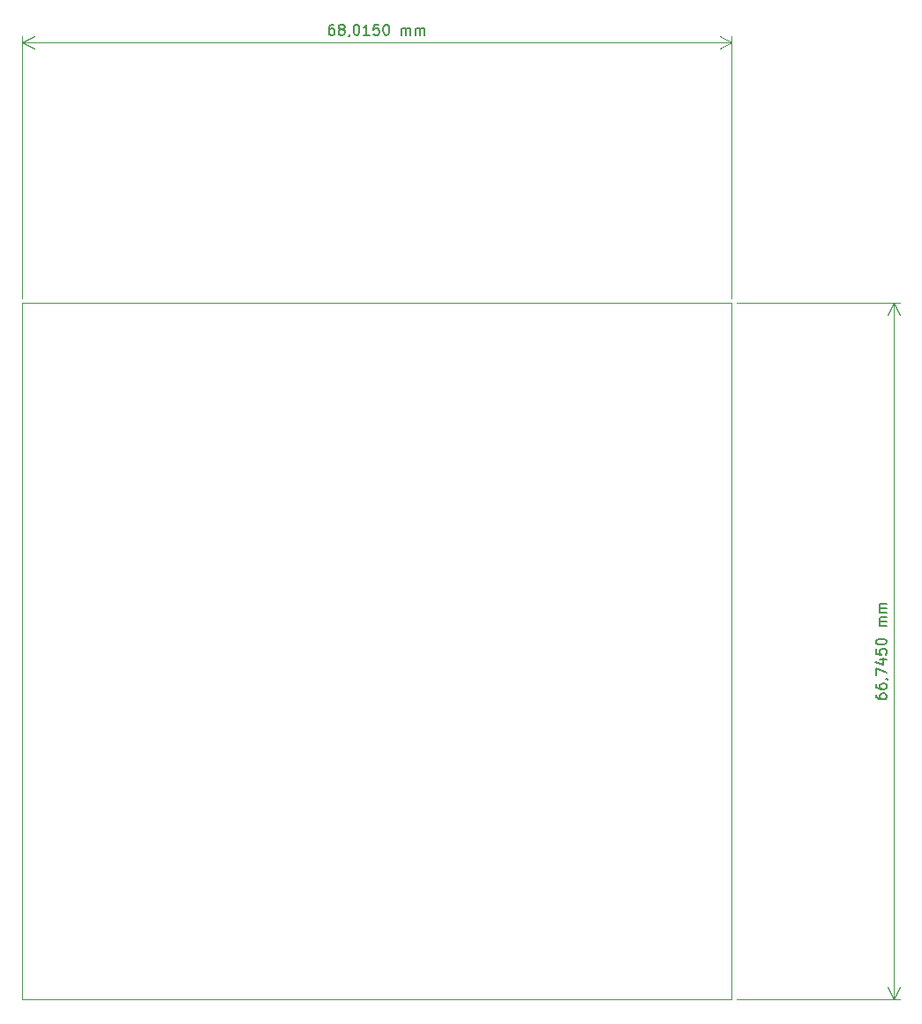
<source format=gbr>
%TF.GenerationSoftware,KiCad,Pcbnew,7.0.6*%
%TF.CreationDate,2023-10-19T15:55:56+03:00*%
%TF.ProjectId,_______ _____,21383b3e-3230-44f2-903f-3b3042302e6b,rev?*%
%TF.SameCoordinates,Original*%
%TF.FileFunction,Profile,NP*%
%FSLAX46Y46*%
G04 Gerber Fmt 4.6, Leading zero omitted, Abs format (unit mm)*
G04 Created by KiCad (PCBNEW 7.0.6) date 2023-10-19 15:55:56*
%MOMM*%
%LPD*%
G01*
G04 APERTURE LIST*
%ADD10C,0.150000*%
%TA.AperFunction,Profile*%
%ADD11C,0.100000*%
%TD*%
G04 APERTURE END LIST*
D10*
X148828643Y-31959819D02*
X148638167Y-31959819D01*
X148638167Y-31959819D02*
X148542929Y-32007438D01*
X148542929Y-32007438D02*
X148495310Y-32055057D01*
X148495310Y-32055057D02*
X148400072Y-32197914D01*
X148400072Y-32197914D02*
X148352453Y-32388390D01*
X148352453Y-32388390D02*
X148352453Y-32769342D01*
X148352453Y-32769342D02*
X148400072Y-32864580D01*
X148400072Y-32864580D02*
X148447691Y-32912200D01*
X148447691Y-32912200D02*
X148542929Y-32959819D01*
X148542929Y-32959819D02*
X148733405Y-32959819D01*
X148733405Y-32959819D02*
X148828643Y-32912200D01*
X148828643Y-32912200D02*
X148876262Y-32864580D01*
X148876262Y-32864580D02*
X148923881Y-32769342D01*
X148923881Y-32769342D02*
X148923881Y-32531247D01*
X148923881Y-32531247D02*
X148876262Y-32436009D01*
X148876262Y-32436009D02*
X148828643Y-32388390D01*
X148828643Y-32388390D02*
X148733405Y-32340771D01*
X148733405Y-32340771D02*
X148542929Y-32340771D01*
X148542929Y-32340771D02*
X148447691Y-32388390D01*
X148447691Y-32388390D02*
X148400072Y-32436009D01*
X148400072Y-32436009D02*
X148352453Y-32531247D01*
X149495310Y-32388390D02*
X149400072Y-32340771D01*
X149400072Y-32340771D02*
X149352453Y-32293152D01*
X149352453Y-32293152D02*
X149304834Y-32197914D01*
X149304834Y-32197914D02*
X149304834Y-32150295D01*
X149304834Y-32150295D02*
X149352453Y-32055057D01*
X149352453Y-32055057D02*
X149400072Y-32007438D01*
X149400072Y-32007438D02*
X149495310Y-31959819D01*
X149495310Y-31959819D02*
X149685786Y-31959819D01*
X149685786Y-31959819D02*
X149781024Y-32007438D01*
X149781024Y-32007438D02*
X149828643Y-32055057D01*
X149828643Y-32055057D02*
X149876262Y-32150295D01*
X149876262Y-32150295D02*
X149876262Y-32197914D01*
X149876262Y-32197914D02*
X149828643Y-32293152D01*
X149828643Y-32293152D02*
X149781024Y-32340771D01*
X149781024Y-32340771D02*
X149685786Y-32388390D01*
X149685786Y-32388390D02*
X149495310Y-32388390D01*
X149495310Y-32388390D02*
X149400072Y-32436009D01*
X149400072Y-32436009D02*
X149352453Y-32483628D01*
X149352453Y-32483628D02*
X149304834Y-32578866D01*
X149304834Y-32578866D02*
X149304834Y-32769342D01*
X149304834Y-32769342D02*
X149352453Y-32864580D01*
X149352453Y-32864580D02*
X149400072Y-32912200D01*
X149400072Y-32912200D02*
X149495310Y-32959819D01*
X149495310Y-32959819D02*
X149685786Y-32959819D01*
X149685786Y-32959819D02*
X149781024Y-32912200D01*
X149781024Y-32912200D02*
X149828643Y-32864580D01*
X149828643Y-32864580D02*
X149876262Y-32769342D01*
X149876262Y-32769342D02*
X149876262Y-32578866D01*
X149876262Y-32578866D02*
X149828643Y-32483628D01*
X149828643Y-32483628D02*
X149781024Y-32436009D01*
X149781024Y-32436009D02*
X149685786Y-32388390D01*
X150352453Y-32912200D02*
X150352453Y-32959819D01*
X150352453Y-32959819D02*
X150304834Y-33055057D01*
X150304834Y-33055057D02*
X150257215Y-33102676D01*
X150971500Y-31959819D02*
X151066738Y-31959819D01*
X151066738Y-31959819D02*
X151161976Y-32007438D01*
X151161976Y-32007438D02*
X151209595Y-32055057D01*
X151209595Y-32055057D02*
X151257214Y-32150295D01*
X151257214Y-32150295D02*
X151304833Y-32340771D01*
X151304833Y-32340771D02*
X151304833Y-32578866D01*
X151304833Y-32578866D02*
X151257214Y-32769342D01*
X151257214Y-32769342D02*
X151209595Y-32864580D01*
X151209595Y-32864580D02*
X151161976Y-32912200D01*
X151161976Y-32912200D02*
X151066738Y-32959819D01*
X151066738Y-32959819D02*
X150971500Y-32959819D01*
X150971500Y-32959819D02*
X150876262Y-32912200D01*
X150876262Y-32912200D02*
X150828643Y-32864580D01*
X150828643Y-32864580D02*
X150781024Y-32769342D01*
X150781024Y-32769342D02*
X150733405Y-32578866D01*
X150733405Y-32578866D02*
X150733405Y-32340771D01*
X150733405Y-32340771D02*
X150781024Y-32150295D01*
X150781024Y-32150295D02*
X150828643Y-32055057D01*
X150828643Y-32055057D02*
X150876262Y-32007438D01*
X150876262Y-32007438D02*
X150971500Y-31959819D01*
X152257214Y-32959819D02*
X151685786Y-32959819D01*
X151971500Y-32959819D02*
X151971500Y-31959819D01*
X151971500Y-31959819D02*
X151876262Y-32102676D01*
X151876262Y-32102676D02*
X151781024Y-32197914D01*
X151781024Y-32197914D02*
X151685786Y-32245533D01*
X153161976Y-31959819D02*
X152685786Y-31959819D01*
X152685786Y-31959819D02*
X152638167Y-32436009D01*
X152638167Y-32436009D02*
X152685786Y-32388390D01*
X152685786Y-32388390D02*
X152781024Y-32340771D01*
X152781024Y-32340771D02*
X153019119Y-32340771D01*
X153019119Y-32340771D02*
X153114357Y-32388390D01*
X153114357Y-32388390D02*
X153161976Y-32436009D01*
X153161976Y-32436009D02*
X153209595Y-32531247D01*
X153209595Y-32531247D02*
X153209595Y-32769342D01*
X153209595Y-32769342D02*
X153161976Y-32864580D01*
X153161976Y-32864580D02*
X153114357Y-32912200D01*
X153114357Y-32912200D02*
X153019119Y-32959819D01*
X153019119Y-32959819D02*
X152781024Y-32959819D01*
X152781024Y-32959819D02*
X152685786Y-32912200D01*
X152685786Y-32912200D02*
X152638167Y-32864580D01*
X153828643Y-31959819D02*
X153923881Y-31959819D01*
X153923881Y-31959819D02*
X154019119Y-32007438D01*
X154019119Y-32007438D02*
X154066738Y-32055057D01*
X154066738Y-32055057D02*
X154114357Y-32150295D01*
X154114357Y-32150295D02*
X154161976Y-32340771D01*
X154161976Y-32340771D02*
X154161976Y-32578866D01*
X154161976Y-32578866D02*
X154114357Y-32769342D01*
X154114357Y-32769342D02*
X154066738Y-32864580D01*
X154066738Y-32864580D02*
X154019119Y-32912200D01*
X154019119Y-32912200D02*
X153923881Y-32959819D01*
X153923881Y-32959819D02*
X153828643Y-32959819D01*
X153828643Y-32959819D02*
X153733405Y-32912200D01*
X153733405Y-32912200D02*
X153685786Y-32864580D01*
X153685786Y-32864580D02*
X153638167Y-32769342D01*
X153638167Y-32769342D02*
X153590548Y-32578866D01*
X153590548Y-32578866D02*
X153590548Y-32340771D01*
X153590548Y-32340771D02*
X153638167Y-32150295D01*
X153638167Y-32150295D02*
X153685786Y-32055057D01*
X153685786Y-32055057D02*
X153733405Y-32007438D01*
X153733405Y-32007438D02*
X153828643Y-31959819D01*
X155352453Y-32959819D02*
X155352453Y-32293152D01*
X155352453Y-32388390D02*
X155400072Y-32340771D01*
X155400072Y-32340771D02*
X155495310Y-32293152D01*
X155495310Y-32293152D02*
X155638167Y-32293152D01*
X155638167Y-32293152D02*
X155733405Y-32340771D01*
X155733405Y-32340771D02*
X155781024Y-32436009D01*
X155781024Y-32436009D02*
X155781024Y-32959819D01*
X155781024Y-32436009D02*
X155828643Y-32340771D01*
X155828643Y-32340771D02*
X155923881Y-32293152D01*
X155923881Y-32293152D02*
X156066738Y-32293152D01*
X156066738Y-32293152D02*
X156161977Y-32340771D01*
X156161977Y-32340771D02*
X156209596Y-32436009D01*
X156209596Y-32436009D02*
X156209596Y-32959819D01*
X156685786Y-32959819D02*
X156685786Y-32293152D01*
X156685786Y-32388390D02*
X156733405Y-32340771D01*
X156733405Y-32340771D02*
X156828643Y-32293152D01*
X156828643Y-32293152D02*
X156971500Y-32293152D01*
X156971500Y-32293152D02*
X157066738Y-32340771D01*
X157066738Y-32340771D02*
X157114357Y-32436009D01*
X157114357Y-32436009D02*
X157114357Y-32959819D01*
X157114357Y-32436009D02*
X157161976Y-32340771D01*
X157161976Y-32340771D02*
X157257214Y-32293152D01*
X157257214Y-32293152D02*
X157400071Y-32293152D01*
X157400071Y-32293152D02*
X157495310Y-32340771D01*
X157495310Y-32340771D02*
X157542929Y-32436009D01*
X157542929Y-32436009D02*
X157542929Y-32959819D01*
D11*
X118964000Y-58174000D02*
X118964000Y-33068580D01*
X186979000Y-58174000D02*
X186979000Y-33068580D01*
X118964000Y-33655000D02*
X186979000Y-33655000D01*
X118964000Y-33655000D02*
X186979000Y-33655000D01*
X118964000Y-33655000D02*
X120090504Y-33068579D01*
X118964000Y-33655000D02*
X120090504Y-34241421D01*
X186979000Y-33655000D02*
X185852496Y-34241421D01*
X186979000Y-33655000D02*
X185852496Y-33068579D01*
D10*
X200869819Y-96189356D02*
X200869819Y-96379832D01*
X200869819Y-96379832D02*
X200917438Y-96475070D01*
X200917438Y-96475070D02*
X200965057Y-96522689D01*
X200965057Y-96522689D02*
X201107914Y-96617927D01*
X201107914Y-96617927D02*
X201298390Y-96665546D01*
X201298390Y-96665546D02*
X201679342Y-96665546D01*
X201679342Y-96665546D02*
X201774580Y-96617927D01*
X201774580Y-96617927D02*
X201822200Y-96570308D01*
X201822200Y-96570308D02*
X201869819Y-96475070D01*
X201869819Y-96475070D02*
X201869819Y-96284594D01*
X201869819Y-96284594D02*
X201822200Y-96189356D01*
X201822200Y-96189356D02*
X201774580Y-96141737D01*
X201774580Y-96141737D02*
X201679342Y-96094118D01*
X201679342Y-96094118D02*
X201441247Y-96094118D01*
X201441247Y-96094118D02*
X201346009Y-96141737D01*
X201346009Y-96141737D02*
X201298390Y-96189356D01*
X201298390Y-96189356D02*
X201250771Y-96284594D01*
X201250771Y-96284594D02*
X201250771Y-96475070D01*
X201250771Y-96475070D02*
X201298390Y-96570308D01*
X201298390Y-96570308D02*
X201346009Y-96617927D01*
X201346009Y-96617927D02*
X201441247Y-96665546D01*
X200869819Y-95236975D02*
X200869819Y-95427451D01*
X200869819Y-95427451D02*
X200917438Y-95522689D01*
X200917438Y-95522689D02*
X200965057Y-95570308D01*
X200965057Y-95570308D02*
X201107914Y-95665546D01*
X201107914Y-95665546D02*
X201298390Y-95713165D01*
X201298390Y-95713165D02*
X201679342Y-95713165D01*
X201679342Y-95713165D02*
X201774580Y-95665546D01*
X201774580Y-95665546D02*
X201822200Y-95617927D01*
X201822200Y-95617927D02*
X201869819Y-95522689D01*
X201869819Y-95522689D02*
X201869819Y-95332213D01*
X201869819Y-95332213D02*
X201822200Y-95236975D01*
X201822200Y-95236975D02*
X201774580Y-95189356D01*
X201774580Y-95189356D02*
X201679342Y-95141737D01*
X201679342Y-95141737D02*
X201441247Y-95141737D01*
X201441247Y-95141737D02*
X201346009Y-95189356D01*
X201346009Y-95189356D02*
X201298390Y-95236975D01*
X201298390Y-95236975D02*
X201250771Y-95332213D01*
X201250771Y-95332213D02*
X201250771Y-95522689D01*
X201250771Y-95522689D02*
X201298390Y-95617927D01*
X201298390Y-95617927D02*
X201346009Y-95665546D01*
X201346009Y-95665546D02*
X201441247Y-95713165D01*
X201822200Y-94665546D02*
X201869819Y-94665546D01*
X201869819Y-94665546D02*
X201965057Y-94713165D01*
X201965057Y-94713165D02*
X202012676Y-94760784D01*
X200869819Y-94332213D02*
X200869819Y-93665547D01*
X200869819Y-93665547D02*
X201869819Y-94094118D01*
X201203152Y-92856023D02*
X201869819Y-92856023D01*
X200822200Y-93094118D02*
X201536485Y-93332213D01*
X201536485Y-93332213D02*
X201536485Y-92713166D01*
X200869819Y-91856023D02*
X200869819Y-92332213D01*
X200869819Y-92332213D02*
X201346009Y-92379832D01*
X201346009Y-92379832D02*
X201298390Y-92332213D01*
X201298390Y-92332213D02*
X201250771Y-92236975D01*
X201250771Y-92236975D02*
X201250771Y-91998880D01*
X201250771Y-91998880D02*
X201298390Y-91903642D01*
X201298390Y-91903642D02*
X201346009Y-91856023D01*
X201346009Y-91856023D02*
X201441247Y-91808404D01*
X201441247Y-91808404D02*
X201679342Y-91808404D01*
X201679342Y-91808404D02*
X201774580Y-91856023D01*
X201774580Y-91856023D02*
X201822200Y-91903642D01*
X201822200Y-91903642D02*
X201869819Y-91998880D01*
X201869819Y-91998880D02*
X201869819Y-92236975D01*
X201869819Y-92236975D02*
X201822200Y-92332213D01*
X201822200Y-92332213D02*
X201774580Y-92379832D01*
X200869819Y-91189356D02*
X200869819Y-91094118D01*
X200869819Y-91094118D02*
X200917438Y-90998880D01*
X200917438Y-90998880D02*
X200965057Y-90951261D01*
X200965057Y-90951261D02*
X201060295Y-90903642D01*
X201060295Y-90903642D02*
X201250771Y-90856023D01*
X201250771Y-90856023D02*
X201488866Y-90856023D01*
X201488866Y-90856023D02*
X201679342Y-90903642D01*
X201679342Y-90903642D02*
X201774580Y-90951261D01*
X201774580Y-90951261D02*
X201822200Y-90998880D01*
X201822200Y-90998880D02*
X201869819Y-91094118D01*
X201869819Y-91094118D02*
X201869819Y-91189356D01*
X201869819Y-91189356D02*
X201822200Y-91284594D01*
X201822200Y-91284594D02*
X201774580Y-91332213D01*
X201774580Y-91332213D02*
X201679342Y-91379832D01*
X201679342Y-91379832D02*
X201488866Y-91427451D01*
X201488866Y-91427451D02*
X201250771Y-91427451D01*
X201250771Y-91427451D02*
X201060295Y-91379832D01*
X201060295Y-91379832D02*
X200965057Y-91332213D01*
X200965057Y-91332213D02*
X200917438Y-91284594D01*
X200917438Y-91284594D02*
X200869819Y-91189356D01*
X201869819Y-89665546D02*
X201203152Y-89665546D01*
X201298390Y-89665546D02*
X201250771Y-89617927D01*
X201250771Y-89617927D02*
X201203152Y-89522689D01*
X201203152Y-89522689D02*
X201203152Y-89379832D01*
X201203152Y-89379832D02*
X201250771Y-89284594D01*
X201250771Y-89284594D02*
X201346009Y-89236975D01*
X201346009Y-89236975D02*
X201869819Y-89236975D01*
X201346009Y-89236975D02*
X201250771Y-89189356D01*
X201250771Y-89189356D02*
X201203152Y-89094118D01*
X201203152Y-89094118D02*
X201203152Y-88951261D01*
X201203152Y-88951261D02*
X201250771Y-88856022D01*
X201250771Y-88856022D02*
X201346009Y-88808403D01*
X201346009Y-88808403D02*
X201869819Y-88808403D01*
X201869819Y-88332213D02*
X201203152Y-88332213D01*
X201298390Y-88332213D02*
X201250771Y-88284594D01*
X201250771Y-88284594D02*
X201203152Y-88189356D01*
X201203152Y-88189356D02*
X201203152Y-88046499D01*
X201203152Y-88046499D02*
X201250771Y-87951261D01*
X201250771Y-87951261D02*
X201346009Y-87903642D01*
X201346009Y-87903642D02*
X201869819Y-87903642D01*
X201346009Y-87903642D02*
X201250771Y-87856023D01*
X201250771Y-87856023D02*
X201203152Y-87760785D01*
X201203152Y-87760785D02*
X201203152Y-87617928D01*
X201203152Y-87617928D02*
X201250771Y-87522689D01*
X201250771Y-87522689D02*
X201346009Y-87475070D01*
X201346009Y-87475070D02*
X201869819Y-87475070D01*
D11*
X187479000Y-58674000D02*
X203151420Y-58674000D01*
X187479000Y-125419000D02*
X203151420Y-125419000D01*
X202565000Y-58674000D02*
X202565000Y-125419000D01*
X202565000Y-58674000D02*
X202565000Y-125419000D01*
X202565000Y-58674000D02*
X203151421Y-59800504D01*
X202565000Y-58674000D02*
X201978579Y-59800504D01*
X202565000Y-125419000D02*
X201978579Y-124292496D01*
X202565000Y-125419000D02*
X203151421Y-124292496D01*
X118964000Y-58674000D02*
X186979000Y-58674000D01*
X186979000Y-125419000D01*
X118964000Y-125419000D01*
X118964000Y-58674000D01*
M02*

</source>
